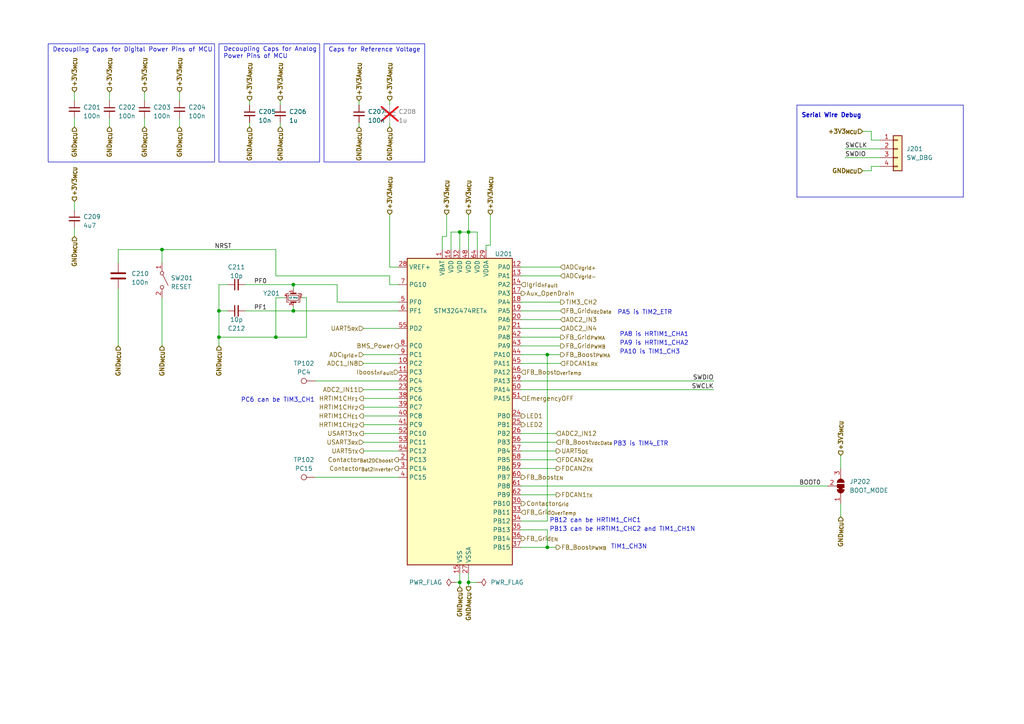
<source format=kicad_sch>
(kicad_sch (version 20230121) (generator eeschema)
  (paper "A4")
  (title_block (title "PVBatteryInverter_Mainboard") (date "2023-10-11") (rev "1.0") (comment 1 "Designer: Philip Kiehnle"))
  (lib_symbols
    (symbol "Connector:TestPoint" (pin_numbers hide) (pin_names (offset 0.762) hide)
      (property "Reference" "TP" (at 0 6.858 0))
      (property "Value" "TestPoint" (at 0 5.08 0))
      (symbol "TestPoint_0_1"
        (circle (center 0 3.302) (radius 0.762))
      )
      (symbol "TestPoint_1_1"
        (pin passive line (at 0 0 90) (length 2.54) (name "1") (number "1"))
      )
    )
    (symbol "Connector_Generic:Conn_01x04" (pin_names (offset 1.016) hide)
      (property "Reference" "J" (at 0 5.08 0))
      (property "Value" "Conn_01x04" (at 0 -7.62 0))
      (symbol "Conn_01x04_1_1"
        (rectangle (start -1.27 -4.953) (end 0 -5.207) (stroke (width 0.1524)))
        (rectangle (start -1.27 -2.413) (end 0 -2.667) (stroke (width 0.1524)))
        (rectangle (start -1.27 0.127) (end 0 -0.127) (stroke (width 0.1524)))
        (rectangle (start -1.27 2.667) (end 0 2.413) (stroke (width 0.1524)))
        (rectangle (start -1.27 3.81) (end 1.27 -6.35) (stroke (width 0.254)) (fill (type background)))
        (pin passive line (at -5.08 2.54 0) (length 3.81) (name "Pin_1") (number "1"))
        (pin passive line (at -5.08 0 0) (length 3.81) (name "Pin_2") (number "2"))
        (pin passive line (at -5.08 -2.54 0) (length 3.81) (name "Pin_3") (number "3"))
        (pin passive line (at -5.08 -5.08 0) (length 3.81) (name "Pin_4") (number "4"))
      )
    )
    (symbol "Device:C" (pin_numbers hide) (pin_names (offset 0.254))
      (property "Reference" "C" (at 0.635 2.54 0))
      (property "Value" "C" (at 0.635 -2.54 0))
      (symbol "C_0_1"
        (polyline (pts (xy -2.032 -0.762) (xy 2.032 -0.762)) (stroke (width 0.508)))
        (polyline (pts (xy -2.032 0.762) (xy 2.032 0.762)) (stroke (width 0.508)))
      )
      (symbol "C_1_1"
        (pin passive line (at 0 3.81 270) (length 2.794) (name "~") (number "1"))
        (pin passive line (at 0 -3.81 90) (length 2.794) (name "~") (number "2"))
      )
    )
    (symbol "Device:C_Small" (pin_numbers hide) (pin_names (offset 0.254) hide)
      (property "Reference" "C" (at 0.254 1.778 0))
      (property "Value" "C_Small" (at 0.254 -2.032 0))
      (symbol "C_Small_0_1"
        (polyline (pts (xy -1.524 -0.508) (xy 1.524 -0.508)) (stroke (width 0.3302)))
        (polyline (pts (xy -1.524 0.508) (xy 1.524 0.508)) (stroke (width 0.3048)))
      )
      (symbol "C_Small_1_1"
        (pin passive line (at 0 2.54 270) (length 2.032) (name "~") (number "1"))
        (pin passive line (at 0 -2.54 90) (length 2.032) (name "~") (number "2"))
      )
    )
    (symbol "Device:Crystal_GND24_Small" (pin_names (offset 1.016) hide)
      (property "Reference" "Y" (at 1.27 4.445 0))
      (property "Value" "Crystal_GND24_Small" (at 1.27 2.54 0))
      (symbol "Crystal_GND24_Small_0_1"
        (rectangle (start -0.762 -1.524) (end 0.762 1.524))
        (polyline (pts (xy -1.27 -0.762) (xy -1.27 0.762)) (stroke (width 0.381)))
        (polyline (pts (xy 1.27 -0.762) (xy 1.27 0.762)) (stroke (width 0.381)))
        (polyline (pts (xy -1.27 -1.27) (xy -1.27 -1.905) (xy 1.27 -1.905) (xy 1.27 -1.27)))
        (polyline (pts (xy -1.27 1.27) (xy -1.27 1.905) (xy 1.27 1.905) (xy 1.27 1.27)))
      )
      (symbol "Crystal_GND24_Small_1_1"
        (pin passive line (at -2.54 0 0) (length 1.27) (name "1") (number "1"))
        (pin passive line (at 0 -2.54 90) (length 0.635) (name "2") (number "2"))
        (pin passive line (at 2.54 0 180) (length 1.27) (name "3") (number "3"))
        (pin passive line (at 0 2.54 270) (length 0.635) (name "4") (number "4"))
      )
    )
    (symbol "Jumper:SolderJumper_3_Bridged12" (pin_names (offset 0) hide)
      (property "Reference" "JP" (at -2.54 -2.54 0))
      (property "Value" "SolderJumper_3_Bridged12" (at 0 2.794 0))
      (symbol "SolderJumper_3_Bridged12_0_1"
        (rectangle (start -1.016 0.508) (end -0.508 -0.508) (fill (type outline)))
        (arc (start -1.016 1.016) (mid -2.0276 0) (end -1.016 -1.016))
        (arc (start -1.016 1.016) (mid -2.0276 0) (end -1.016 -1.016) (fill (type outline)))
        (rectangle (start -0.508 1.016) (end 0.508 -1.016) (fill (type outline)))
        (polyline (pts (xy -2.54 0) (xy -2.032 0)))
        (polyline (pts (xy -1.016 1.016) (xy -1.016 -1.016)))
        (polyline (pts (xy 0 -1.27) (xy 0 -1.016)))
        (polyline (pts (xy 1.016 1.016) (xy 1.016 -1.016)))
        (polyline (pts (xy 2.54 0) (xy 2.032 0)))
        (arc (start 1.016 -1.016) (mid 2.0276 0) (end 1.016 1.016))
        (arc (start 1.016 -1.016) (mid 2.0276 0) (end 1.016 1.016) (fill (type outline)))
      )
      (symbol "SolderJumper_3_Bridged12_1_1"
        (pin passive line (at -5.08 0 0) (length 2.54) (name "A") (number "1"))
        (pin passive line (at 0 -3.81 90) (length 2.54) (name "C") (number "2"))
        (pin passive line (at 5.08 0 180) (length 2.54) (name "B") (number "3"))
      )
    )
    (symbol "MCU_ST_STM32G4:STM32G474RETx"
      (property "Reference" "U" (at -15.24 46.99 0))
      (property "Value" "STM32G474RETx" (at 10.16 46.99 0))
      (symbol "STM32G474RETx_0_1"
        (rectangle (start -15.24 -43.18) (end 15.24 45.72) (stroke (width 0.254)) (fill (type background)))
      )
      (symbol "STM32G474RETx_1_1"
        (pin power_in line (at -5.08 48.26 270) (length 2.54) (name "VBAT") (number "1"))
        (pin bidirectional line (at -17.78 15.24 0) (length 2.54) (name "PC2") (number "10"))
        (pin bidirectional line (at -17.78 12.7 0) (length 2.54) (name "PC3") (number "11"))
        (pin bidirectional line (at 17.78 43.18 180) (length 2.54) (name "PA0") (number "12"))
        (pin bidirectional line (at 17.78 40.64 180) (length 2.54) (name "PA1") (number "13"))
        (pin bidirectional line (at 17.78 38.1 180) (length 2.54) (name "PA2") (number "14"))
        (pin power_in line (at 0 -45.72 90) (length 2.54) (name "VSS") (number "15"))
        (pin power_in line (at -2.54 48.26 270) (length 2.54) (name "VDD") (number "16"))
        (pin bidirectional line (at 17.78 35.56 180) (length 2.54) (name "PA3") (number "17"))
        (pin bidirectional line (at 17.78 33.02 180) (length 2.54) (name "PA4") (number "18"))
        (pin bidirectional line (at 17.78 30.48 180) (length 2.54) (name "PA5") (number "19"))
        (pin bidirectional line (at -17.78 -12.7 0) (length 2.54) (name "PC13") (number "2"))
        (pin bidirectional line (at 17.78 27.94 180) (length 2.54) (name "PA6") (number "20"))
        (pin bidirectional line (at 17.78 25.4 180) (length 2.54) (name "PA7") (number "21"))
        (pin bidirectional line (at -17.78 10.16 0) (length 2.54) (name "PC4") (number "22"))
        (pin bidirectional line (at -17.78 7.62 0) (length 2.54) (name "PC5") (number "23"))
        (pin bidirectional line (at 17.78 0 180) (length 2.54) (name "PB0") (number "24"))
        (pin bidirectional line (at 17.78 -2.54 180) (length 2.54) (name "PB1") (number "25"))
        (pin bidirectional line (at 17.78 -5.08 180) (length 2.54) (name "PB2") (number "26"))
        (pin power_in line (at 2.54 -45.72 90) (length 2.54) (name "VSSA") (number "27"))
        (pin input line (at -17.78 43.18 0) (length 2.54) (name "VREF+") (number "28"))
        (pin power_in line (at 7.62 48.26 270) (length 2.54) (name "VDDA") (number "29"))
        (pin bidirectional line (at -17.78 -15.24 0) (length 2.54) (name "PC14") (number "3"))
        (pin bidirectional line (at 17.78 -25.4 180) (length 2.54) (name "PB10") (number "30"))
        (pin passive line (at 0 -45.72 90) (length 2.54) hide (name "VSS") (number "31"))
        (pin power_in line (at 0 48.26 270) (length 2.54) (name "VDD") (number "32"))
        (pin bidirectional line (at 17.78 -27.94 180) (length 2.54) (name "PB11") (number "33"))
        (pin bidirectional line (at 17.78 -30.48 180) (length 2.54) (name "PB12") (number "34"))
        (pin bidirectional line (at 17.78 -33.02 180) (length 2.54) (name "PB13") (number "35"))
        (pin bidirectional line (at 17.78 -35.56 180) (length 2.54) (name "PB14") (number "36"))
        (pin bidirectional line (at 17.78 -38.1 180) (length 2.54) (name "PB15") (number "37"))
        (pin bidirectional line (at -17.78 5.08 0) (length 2.54) (name "PC6") (number "38"))
        (pin bidirectional line (at -17.78 2.54 0) (length 2.54) (name "PC7") (number "39"))
        (pin bidirectional line (at -17.78 -17.78 0) (length 2.54) (name "PC15") (number "4"))
        (pin bidirectional line (at -17.78 0 0) (length 2.54) (name "PC8") (number "40"))
        (pin bidirectional line (at -17.78 -2.54 0) (length 2.54) (name "PC9") (number "41"))
        (pin bidirectional line (at 17.78 22.86 180) (length 2.54) (name "PA8") (number "42"))
        (pin bidirectional line (at 17.78 20.32 180) (length 2.54) (name "PA9") (number "43"))
        (pin bidirectional line (at 17.78 17.78 180) (length 2.54) (name "PA10") (number "44"))
        (pin bidirectional line (at 17.78 15.24 180) (length 2.54) (name "PA11") (number "45"))
        (pin bidirectional line (at 17.78 12.7 180) (length 2.54) (name "PA12") (number "46"))
        (pin passive line (at 0 -45.72 90) (length 2.54) hide (name "VSS") (number "47"))
        (pin power_in line (at 2.54 48.26 270) (length 2.54) (name "VDD") (number "48"))
        (pin bidirectional line (at 17.78 10.16 180) (length 2.54) (name "PA13") (number "49"))
        (pin bidirectional line (at -17.78 33.02 0) (length 2.54) (name "PF0") (number "5"))
        (pin bidirectional line (at 17.78 7.62 180) (length 2.54) (name "PA14") (number "50"))
        (pin bidirectional line (at 17.78 5.08 180) (length 2.54) (name "PA15") (number "51"))
        (pin bidirectional line (at -17.78 -5.08 0) (length 2.54) (name "PC10") (number "52"))
        (pin bidirectional line (at -17.78 -7.62 0) (length 2.54) (name "PC11") (number "53"))
        (pin bidirectional line (at -17.78 -10.16 0) (length 2.54) (name "PC12") (number "54"))
        (pin bidirectional line (at -17.78 25.4 0) (length 2.54) (name "PD2") (number "55"))
        (pin bidirectional line (at 17.78 -7.62 180) (length 2.54) (name "PB3") (number "56"))
        (pin bidirectional line (at 17.78 -10.16 180) (length 2.54) (name "PB4") (number "57"))
        (pin bidirectional line (at 17.78 -12.7 180) (length 2.54) (name "PB5") (number "58"))
        (pin bidirectional line (at 17.78 -15.24 180) (length 2.54) (name "PB6") (number "59"))
        (pin bidirectional line (at -17.78 30.48 0) (length 2.54) (name "PF1") (number "6"))
        (pin bidirectional line (at 17.78 -17.78 180) (length 2.54) (name "PB7") (number "60"))
        (pin bidirectional line (at 17.78 -20.32 180) (length 2.54) (name "PB8") (number "61"))
        (pin bidirectional line (at 17.78 -22.86 180) (length 2.54) (name "PB9") (number "62"))
        (pin passive line (at 0 -45.72 90) (length 2.54) hide (name "VSS") (number "63"))
        (pin power_in line (at 5.08 48.26 270) (length 2.54) (name "VDD") (number "64"))
        (pin bidirectional line (at -17.78 38.1 0) (length 2.54) (name "PG10") (number "7"))
        (pin bidirectional line (at -17.78 20.32 0) (length 2.54) (name "PC0") (number "8"))
        (pin bidirectional line (at -17.78 17.78 0) (length 2.54) (name "PC1") (number "9"))
      )
    )
    (symbol "Switch:SW_SPST" (pin_names (offset 0) hide)
      (property "Reference" "SW" (at 0 3.175 0))
      (property "Value" "SW_SPST" (at 0 -2.54 0))
      (symbol "SW_SPST_0_0"
        (circle (center -2.032 0) (radius 0.508))
        (polyline (pts (xy -1.524 0.254) (xy 1.524 1.778)))
        (circle (center 2.032 0) (radius 0.508))
      )
      (symbol "SW_SPST_1_1"
        (pin passive line (at -5.08 0 0) (length 2.54) (name "A") (number "1"))
        (pin passive line (at 5.08 0 180) (length 2.54) (name "B") (number "2"))
      )
    )
    (symbol "power:PWR_FLAG" (power) (pin_numbers hide) (pin_names (offset 0) hide)
      (property "Value" "PWR_FLAG" (at 0 3.81 0))
      (symbol "PWR_FLAG_0_0"
        (pin power_out line (at 0 0 90) (length 0) (name "pwr") (number "1"))
      )
      (symbol "PWR_FLAG_0_1"
        (polyline (pts (xy 0 0) (xy 0 1.27) (xy -1.016 1.905) (xy 0 2.54) (xy 1.016 1.905) (xy 0 1.27)))
      )
    )
  )
  (junction (at 85.09 82.55))
  (junction (at 46.99 72.39))
  (junction (at 133.35 67.31))
  (junction (at 158.75 102.87))
  (junction (at 63.5 97.79))
  (junction (at 85.09 90.17))
  (junction (at 63.5 90.17))
  (junction (at 80.01 97.79))
  (junction (at 133.35 168.91))
  (junction (at 135.89 168.91))
  (junction (at 158.75 158.75))
  (junction (at 135.89 67.31))
  (wire (pts (xy 158.75 158.75) (xy 161.29 158.75)))
  (wire (pts (xy 140.97 71.12) (xy 142.24 71.12)))
  (wire (pts (xy 245.11 43.18) (xy 255.27 43.18)))
  (wire (pts (xy 161.29 143.51) (xy 151.13 143.51)))
  (wire (pts (xy 97.79 87.63) (xy 97.79 82.55)))
  (wire (pts (xy 158.75 153.67) (xy 158.75 158.75)))
  (wire (pts (xy 243.84 132.08) (xy 243.84 135.89)))
  (wire (pts (xy 105.41 95.25) (xy 115.57 95.25)))
  (wire (pts (xy 72.39 35.56) (xy 72.39 36.83)))
  (wire (pts (xy 52.07 26.67) (xy 52.07 29.21)))
  (wire (pts (xy 81.28 35.56) (xy 81.28 36.83)))
  (wire (pts (xy 80.01 80.01) (xy 113.03 80.01)))
  (wire (pts (xy 105.41 105.41) (xy 115.57 105.41)))
  (wire (pts (xy 71.12 90.17) (xy 85.09 90.17)))
  (polyline (pts (xy 231.14 30.48) (xy 279.4 30.48)))
  (wire (pts (xy 105.41 113.03) (xy 115.57 113.03)))
  (wire (pts (xy 158.75 102.87) (xy 162.56 102.87)))
  (wire (pts (xy 113.03 35.56) (xy 113.03 36.83)))
  (wire (pts (xy 63.5 82.55) (xy 66.04 82.55)))
  (wire (pts (xy 31.75 26.67) (xy 31.75 29.21)))
  (wire (pts (xy 142.24 71.12) (xy 142.24 62.23)))
  (wire (pts (xy 105.41 120.65) (xy 115.57 120.65)))
  (wire (pts (xy 104.14 35.56) (xy 104.14 36.83)))
  (wire (pts (xy 133.35 67.31) (xy 133.35 72.39)))
  (wire (pts (xy 85.09 82.55) (xy 85.09 83.82)))
  (wire (pts (xy 151.13 80.01) (xy 162.56 80.01)))
  (wire (pts (xy 162.56 100.33) (xy 151.13 100.33)))
  (wire (pts (xy 80.01 97.79) (xy 88.9 97.79)))
  (wire (pts (xy 31.75 36.83) (xy 31.75 34.29)))
  (wire (pts (xy 80.01 86.36) (xy 80.01 97.79)))
  (wire (pts (xy 135.89 166.37) (xy 135.89 168.91)))
  (wire (pts (xy 105.41 130.81) (xy 115.57 130.81)))
  (wire (pts (xy 88.9 97.79) (xy 88.9 86.36)))
  (wire (pts (xy 21.59 66.04) (xy 21.59 68.58)))
  (wire (pts (xy 46.99 72.39) (xy 80.01 72.39)))
  (wire (pts (xy 151.13 135.89) (xy 161.29 135.89)))
  (wire (pts (xy 105.41 102.87) (xy 115.57 102.87)))
  (wire (pts (xy 252.73 49.53) (xy 252.73 48.26)))
  (wire (pts (xy 128.27 68.58) (xy 129.54 68.58)))
  (wire (pts (xy 81.28 29.21) (xy 81.28 30.48)))
  (wire (pts (xy 91.44 138.43) (xy 115.57 138.43)))
  (wire (pts (xy 252.73 38.1) (xy 252.73 40.64)))
  (wire (pts (xy 132.08 168.91) (xy 133.35 168.91)))
  (wire (pts (xy 135.89 168.91) (xy 138.43 168.91)))
  (wire (pts (xy 34.29 83.82) (xy 34.29 100.33)))
  (wire (pts (xy 80.01 72.39) (xy 80.01 80.01)))
  (wire (pts (xy 115.57 115.57) (xy 105.41 115.57)))
  (wire (pts (xy 151.13 158.75) (xy 158.75 158.75)))
  (wire (pts (xy 252.73 48.26) (xy 255.27 48.26)))
  (wire (pts (xy 129.54 68.58) (xy 129.54 62.23)))
  (wire (pts (xy 41.91 26.67) (xy 41.91 29.21)))
  (wire (pts (xy 128.27 68.58) (xy 128.27 72.39)))
  (wire (pts (xy 135.89 62.23) (xy 135.89 67.31)))
  (wire (pts (xy 151.13 92.71) (xy 162.56 92.71)))
  (wire (pts (xy 21.59 36.83) (xy 21.59 34.29)))
  (wire (pts (xy 71.12 82.55) (xy 85.09 82.55)))
  (wire (pts (xy 46.99 86.36) (xy 46.99 100.33)))
  (wire (pts (xy 63.5 97.79) (xy 80.01 97.79)))
  (wire (pts (xy 130.81 67.31) (xy 133.35 67.31)))
  (wire (pts (xy 63.5 90.17) (xy 63.5 97.79)))
  (wire (pts (xy 46.99 72.39) (xy 46.99 76.2)))
  (wire (pts (xy 162.56 90.17) (xy 151.13 90.17)))
  (wire (pts (xy 41.91 36.83) (xy 41.91 34.29)))
  (wire (pts (xy 151.13 102.87) (xy 158.75 102.87)))
  (wire (pts (xy 105.41 123.19) (xy 115.57 123.19)))
  (wire (pts (xy 133.35 168.91) (xy 133.35 170.18)))
  (wire (pts (xy 21.59 58.42) (xy 21.59 60.96)))
  (wire (pts (xy 151.13 110.49) (xy 207.01 110.49)))
  (wire (pts (xy 151.13 151.13) (xy 158.75 151.13)))
  (wire (pts (xy 105.41 125.73) (xy 115.57 125.73)))
  (wire (pts (xy 250.19 38.1) (xy 252.73 38.1)))
  (wire (pts (xy 105.41 128.27) (xy 115.57 128.27)))
  (wire (pts (xy 250.19 49.53) (xy 252.73 49.53)))
  (wire (pts (xy 158.75 102.87) (xy 158.75 151.13)))
  (wire (pts (xy 52.07 36.83) (xy 52.07 34.29)))
  (wire (pts (xy 161.29 130.81) (xy 151.13 130.81)))
  (wire (pts (xy 72.39 30.48) (xy 72.39 29.21)))
  (wire (pts (xy 113.03 77.47) (xy 115.57 77.47)))
  (wire (pts (xy 245.11 45.72) (xy 255.27 45.72)))
  (wire (pts (xy 135.89 168.91) (xy 135.89 170.18)))
  (wire (pts (xy 151.13 140.97) (xy 240.03 140.97)))
  (wire (pts (xy 34.29 72.39) (xy 34.29 76.2)))
  (wire (pts (xy 63.5 82.55) (xy 63.5 90.17)))
  (wire (pts (xy 113.03 80.01) (xy 113.03 82.55)))
  (wire (pts (xy 135.89 67.31) (xy 138.43 67.31)))
  (wire (pts (xy 135.89 67.31) (xy 135.89 72.39)))
  (wire (pts (xy 140.97 71.12) (xy 140.97 72.39)))
  (wire (pts (xy 161.29 125.73) (xy 151.13 125.73)))
  (wire (pts (xy 162.56 97.79) (xy 151.13 97.79)))
  (wire (pts (xy 104.14 29.21) (xy 104.14 30.48)))
  (wire (pts (xy 133.35 67.31) (xy 135.89 67.31)))
  (wire (pts (xy 138.43 67.31) (xy 138.43 72.39)))
  (wire (pts (xy 21.59 26.67) (xy 21.59 29.21)))
  (wire (pts (xy 97.79 82.55) (xy 85.09 82.55)))
  (wire (pts (xy 113.03 82.55) (xy 115.57 82.55)))
  (wire (pts (xy 85.09 90.17) (xy 85.09 88.9)))
  (wire (pts (xy 63.5 97.79) (xy 63.5 100.33)))
  (wire (pts (xy 151.13 113.03) (xy 207.01 113.03)))
  (wire (pts (xy 91.44 110.49) (xy 115.57 110.49)))
  (wire (pts (xy 34.29 72.39) (xy 46.99 72.39)))
  (wire (pts (xy 88.9 86.36) (xy 87.63 86.36)))
  (wire (pts (xy 151.13 95.25) (xy 162.56 95.25)))
  (wire (pts (xy 115.57 87.63) (xy 97.79 87.63)))
  (wire (pts (xy 151.13 77.47) (xy 162.56 77.47)))
  (wire (pts (xy 130.81 67.31) (xy 130.81 72.39)))
  (polyline (pts (xy 279.4 30.48) (xy 279.4 57.15)))
  (wire (pts (xy 243.84 146.05) (xy 243.84 149.86)))
  (wire (pts (xy 162.56 87.63) (xy 151.13 87.63)))
  (wire (pts (xy 151.13 105.41) (xy 162.56 105.41)))
  (wire (pts (xy 85.09 90.17) (xy 115.57 90.17)))
  (wire (pts (xy 151.13 133.35) (xy 161.29 133.35)))
  (polyline (pts (xy 231.14 30.48) (xy 231.14 57.15)))
  (wire (pts (xy 252.73 40.64) (xy 255.27 40.64)))
  (wire (pts (xy 82.55 86.36) (xy 80.01 86.36)))
  (polyline (pts (xy 279.4 57.15) (xy 231.14 57.15)))
  (wire (pts (xy 133.35 166.37) (xy 133.35 168.91)))
  (wire (pts (xy 66.04 90.17) (xy 63.5 90.17)))
  (wire (pts (xy 161.29 128.27) (xy 151.13 128.27)))
  (wire (pts (xy 151.13 153.67) (xy 158.75 153.67)))
  (wire (pts (xy 113.03 29.21) (xy 113.03 30.48)))
  (wire (pts (xy 113.03 62.23) (xy 113.03 77.47)))
  (wire (pts (xy 115.57 118.11) (xy 105.41 118.11)))
  (rectangle (start 63.5 12.7) (end 92.71 46.99))
  (rectangle (start 93.98 12.7) (end 123.19 46.99))
  (rectangle (start 13.97 12.7) (end 62.23 46.99))
  (text "PB3 is TIM4_ETR" (at 177.8 129.54 0) (effects (font (size 1.27 1.27)) (justify left bottom)))
  (text "PA9 is HRTIM1_CHA2" (at 179.705 100.33 0) (effects (font (size 1.27 1.27)) (justify left bottom)))
  (text "PA8 is HRTIM1_CHA1" (at 179.705 97.79 0) (effects (font (size 1.27 1.27)) (justify left bottom)))
  (text "Decoupling Caps for Digital Power Pins of MCU" (at 15.24 15.24 0) (effects (font (size 1.27 1.27)) (justify left bottom)))
  (text "PA5 is TIM2_ETR" (at 179.07 91.44 0) (effects (font (size 1.27 1.27)) (justify left bottom)))
  (text "PA10 is TIM1_CH3" (at 179.705 102.87 0) (effects (font (size 1.27 1.27)) (justify left bottom)))
  (text "PB12 can be HRTIM1_CHC1" (at 159.385 151.765 0) (effects (font (size 1.27 1.27)) (justify left bottom)))
  (text "PC6 can be TIM3_CH1" (at 69.85 116.84 0) (effects (font (size 1.27 1.27)) (justify left bottom)))
  (text "Serial Wire Debug" (at 232.41 34.29 0) (effects (font (size 1.27 1.27) (thickness 0.254) bold) (justify left bottom)))
  (text "TIM1_CH3N" (at 177.165 159.385 0) (effects (font (size 1.27 1.27)) (justify left bottom)))
  (text "Decoupling Caps for Analog \nPower Pins of MCU" (at 64.77 17.145 0) (effects (font (size 1.27 1.27)) (justify left bottom)))
  (text "PB13 can be HRTIM1_CHC2 and TIM1_CH1N" (at 159.385 154.305 0) (effects (font (size 1.27 1.27)) (justify left bottom)))
  (text "Caps for Reference Voltage" (at 95.25 15.24 0) (effects (font (size 1.27 1.27)) (justify left bottom)))
  (label "NRST" (at 62.23 72.39 0))
  (label "PF0" (at 73.66 82.55 0))
  (label "SWCLK" (at 245.11 43.18 0))
  (label "SWCLK" (at 207.01 113.03 180))
  (label "BOOT0" (at 231.775 140.97 0))
  (label "PF1" (at 73.66 90.17 0))
  (label "SWDIO" (at 207.01 110.49 180))
  (label "SWDIO" (at 245.11 45.72 0))
  (hierarchical_label "GND_{MCU}" (shape input) (at 52.07 36.83 270) (effects (font (thickness 0.254) bold)))
  (hierarchical_label "GND_{MCU}" (shape input) (at 63.5 100.33 270) (effects (font (thickness 0.254) bold)))
  (hierarchical_label "FB_Grid_{PWMB}" (shape output) (at 162.56 100.33 0))
  (hierarchical_label "+3V3_{MCU}" (shape input) (at 52.07 26.67 90) (effects (font (thickness 0.254) bold)))
  (hierarchical_label "GND_{MCU}" (shape input) (at 21.59 36.83 270) (effects (font (thickness 0.254) bold)))
  (hierarchical_label "Contactor_{Bat2Inverter}" (shape output) (at 115.57 135.89 180))
  (hierarchical_label "GND_{MCU}" (shape input) (at 243.84 149.86 270) (effects (font (thickness 0.254) bold)))
  (hierarchical_label "USART3_{TX}" (shape output) (at 105.41 125.73 180))
  (hierarchical_label "+3V3A_{MCU}" (shape input) (at 72.39 29.21 90) (effects (font (thickness 0.254) bold)))
  (hierarchical_label "FB_Grid_{EN}" (shape output) (at 151.13 156.21 0))
  (hierarchical_label "EmergencyOFF" (shape input) (at 151.13 115.57 0))
  (hierarchical_label "GND_{MCU}" (shape input) (at 21.59 68.58 270) (effects (font (thickness 0.254) bold)))
  (hierarchical_label "FDCAN1_{RX}" (shape input) (at 162.56 105.41 0))
  (hierarchical_label "GNDA_{MCU}" (shape input) (at 81.28 36.83 270) (effects (font (thickness 0.254) bold)))
  (hierarchical_label "GND_{MCU}" (shape input) (at 46.99 100.33 270) (effects (font (thickness 0.254) bold)))
  (hierarchical_label "+3V3A_{MCU}" (shape input) (at 81.28 29.21 90) (effects (font (thickness 0.254) bold)))
  (hierarchical_label "HRTIM1CH_{F2}" (shape output) (at 105.41 118.11 180))
  (hierarchical_label "GNDA_{MCU}" (shape input) (at 104.14 36.83 270) (effects (font (thickness 0.254) bold)))
  (hierarchical_label "+3V3A_{MCU}" (shape input) (at 113.03 62.23 90) (effects (font (thickness 0.254) bold)))
  (hierarchical_label "HRTIM1CH_{E1}" (shape output) (at 105.41 120.65 180))
  (hierarchical_label "+3V3_{MCU}" (shape input) (at 31.75 26.67 90) (effects (font (thickness 0.254) bold)))
  (hierarchical_label "GNDA_{MCU}" (shape output) (at 135.89 170.18 270) (effects (font (thickness 0.254) bold)))
  (hierarchical_label "ADC2_IN4" (shape input) (at 162.56 95.25 0))
  (hierarchical_label "+3V3A_{MCU}" (shape input) (at 113.03 29.21 90) (effects (font (thickness 0.254) bold)))
  (hierarchical_label "ADC1_IN8" (shape input) (at 105.41 105.41 180))
  (hierarchical_label "FDCAN2_{TX}" (shape output) (at 161.29 135.89 0))
  (hierarchical_label "ADC2_IN3" (shape input) (at 162.56 92.71 0))
  (hierarchical_label "FB_Boost_{PWMB}" (shape output) (at 161.29 158.75 0))
  (hierarchical_label "TIM3_CH2" (shape output) (at 162.56 87.63 0))
  (hierarchical_label "GND_{MCU}" (shape input) (at 250.19 49.53 180) (effects (font (thickness 0.254) bold)))
  (hierarchical_label "LED1" (shape output) (at 151.13 120.65 0))
  (hierarchical_label "ADC_{Igrid+}" (shape input) (at 105.41 102.87 180))
  (hierarchical_label "+3V3_{MCU}" (shape input) (at 135.89 62.23 90) (effects (font (thickness 0.254) bold)))
  (hierarchical_label "FB_Grid_{PWMA}" (shape output) (at 162.56 97.79 0))
  (hierarchical_label "FB_Boost_{OverTemp}" (shape input) (at 151.13 107.95 0))
  (hierarchical_label "BMS_Power" (shape output) (at 115.57 100.33 180))
  (hierarchical_label "FB_Boost_{VdcData}" (shape input) (at 161.29 128.27 0))
  (hierarchical_label "HRTIM1CH_{F1}" (shape output) (at 105.41 115.57 180))
  (hierarchical_label "+3V3_{MCU}" (shape input) (at 41.91 26.67 90) (effects (font (thickness 0.254) bold)))
  (hierarchical_label "ADC_{Vgrid+}" (shape input) (at 162.56 77.47 0))
  (hierarchical_label "USART3_{RX}" (shape input) (at 105.41 128.27 180))
  (hierarchical_label "FDCAN1_{TX}" (shape output) (at 161.29 143.51 0))
  (hierarchical_label "Aux_OpenDrain" (shape output) (at 151.13 85.09 0))
  (hierarchical_label "UART5_{DE}" (shape output) (at 161.29 130.81 0))
  (hierarchical_label "FB_Boost_{EN}" (shape output) (at 151.13 138.43 0))
  (hierarchical_label "GNDA_{MCU}" (shape input) (at 72.39 36.83 270) (effects (font (thickness 0.254) bold)))
  (hierarchical_label "GND_{MCU}" (shape input) (at 34.29 100.33 270) (effects (font (thickness 0.254) bold)))
  (hierarchical_label "UART5_{RX}" (shape input) (at 105.41 95.25 180))
  (hierarchical_label "GND_{MCU}" (shape input) (at 41.91 36.83 270) (effects (font (thickness 0.254) bold)))
  (hierarchical_label "GND_{MCU}" (shape input) (at 133.35 170.18 270) (effects (font (thickness 0.254) bold)))
  (hierarchical_label "FB_Boost_{PWMA}" (shape output) (at 162.56 102.87 0))
  (hierarchical_label "+3V3_{MCU}" (shape input) (at 243.84 132.08 90) (effects (font (thickness 0.254) bold)))
  (hierarchical_label "+3V3_{MCU}" (shape input) (at 21.59 58.42 90) (effects (font (thickness 0.254) bold)))
  (hierarchical_label "UART5_{TX}" (shape output) (at 105.41 130.81 180))
  (hierarchical_label "FB_Grid_{OverTemp}" (shape input) (at 151.13 148.59 0))
  (hierarchical_label "GNDA_{MCU}" (shape input) (at 113.03 36.83 270) (effects (font (thickness 0.254) bold)))
  (hierarchical_label "FB_Grid_{VdcData}" (shape input) (at 162.56 90.17 0))
  (hierarchical_label "+3V3_{MCU}" (shape input) (at 21.59 26.67 90) (effects (font (thickness 0.254) bold)))
  (hierarchical_label "+3V3A_{MCU}" (shape input) (at 104.14 29.21 90) (effects (font (thickness 0.254) bold)))
  (hierarchical_label "HRTIM1CH_{E2}" (shape output) (at 105.41 123.19 180))
  (hierarchical_label "GND_{MCU}" (shape input) (at 31.75 36.83 270) (effects (font (thickness 0.254) bold)))
  (hierarchical_label "ADC2_IN12" (shape input) (at 161.29 125.73 0))
  (hierarchical_label "Contactor_{Bat2DCboost}" (shape output) (at 115.57 133.35 180))
  (hierarchical_label "+3V3_{MCU}" (shape input) (at 250.19 38.1 180) (effects (font (thickness 0.254) bold)))
  (hierarchical_label "ADC_{Vgrid-}" (shape input) (at 162.56 80.01 0))
  (hierarchical_label "Iboost_{nFault}" (shape input) (at 115.57 107.95 180))
  (hierarchical_label "+3V3_{MCU}" (shape input) (at 129.54 62.23 90) (effects (font (thickness 0.254) bold)))
  (hierarchical_label "Igrid_{nFault}" (shape input) (at 151.13 82.55 0))
  (hierarchical_label "FDCAN2_{RX}" (shape input) (at 161.29 133.35 0))
  (hierarchical_label "Contactor_{Grid}" (shape output) (at 151.13 146.05 0))
  (hierarchical_label "+3V3A_{MCU}" (shape input) (at 142.24 62.23 90) (effects (font (thickness 0.254) bold)))
  (hierarchical_label "LED2" (shape output) (at 151.13 123.19 0))
  (hierarchical_label "ADC2_IN11" (shape input) (at 105.41 113.03 180))
  (symbol (lib_id "MCU_ST_STM32G4:STM32G474RETx") (at 133.35 120.65 0) (unit 1)
    (property "Reference" "U201" (at 143.51 73.66 0) (effects (justify left)))
    (property "Value" "STM32G474RETx" (at 125.73 90.17 0) (effects (justify left)))
    (property "Footprint" "Package_QFP:LQFP-64_10x10mm_P0.5mm" (effects hide))
    (property "Datasheet" "https://www.st.com/resource/en/datasheet/stm32g474re.pdf" (effects hide))
  )
  (symbol (lib_id "Device:C_Small") (at 113.03 33.02 0) (unit 1) (on_board no) (dnp yes)
    (property "Reference" "C208" (at 115.57 32.3913 0) (effects (justify left)))
    (property "Value" "1u" (at 115.57 34.9313 0) (effects (justify left)))
    (property "Footprint" "Capacitor_SMD:C_0603_1608Metric" (effects hide))
    (instances (project "GaNius_DPT_Mainboard" (path "" (reference "C208") (unit 1))) (project "PVBatteryInverter_Mainboard" (path "" (reference "C212") (unit 1))))
  )
  (symbol (lib_id "Device:C_Small") (at 41.91 31.75 0) (unit 1)
    (property "Reference" "C203" (at 44.45 31.1213 0) (effects (justify left)))
    (property "Value" "100n" (at 44.45 33.6613 0) (effects (justify left)))
    (property "Footprint" "Capacitor_SMD:C_0603_1608Metric" (effects hide))
    (instances (project "GaNius_DPT_Mainboard" (path "" (reference "C203") (unit 1))) (project "PVBatteryInverter_Mainboard" (path "" (reference "C204") (unit 1))))
  )
  (symbol (lib_id "Device:C_Small") (at 104.14 33.02 0) (unit 1)
    (property "Reference" "C207" (at 106.68 32.3913 0) (effects (justify left)))
    (property "Value" "100n" (at 106.68 34.9313 0) (effects (justify left)))
    (property "Footprint" "Capacitor_SMD:C_0603_1608Metric" (effects hide))
    (instances (project "GaNius_DPT_Mainboard" (path "" (reference "C207") (unit 1))) (project "PVBatteryInverter_Mainboard" (path "" (reference "C211") (unit 1))))
  )
  (symbol (lib_id "power:PWR_FLAG") (at 138.43 168.91 270) (unit 1)
    (property "Reference" "#FLG0201" (effects hide))
    (property "Value" "PWR_FLAG" (at 142.24 168.91 90) (effects (justify left)))
  )
  (symbol (lib_id "Device:C_Small") (at 68.58 90.17 90) (mirror x) (unit 1)
    (property "Reference" "C212" (at 68.5863 95.25 90))
    (property "Value" "10p" (at 68.5863 92.71 90))
    (property "Footprint" "Capacitor_SMD:C_0603_1608Metric" (effects hide))
    (instances (project "GaNius_DPT_Mainboard" (path "" (reference "C212") (unit 1))) (project "PVBatteryInverter_Mainboard" (path "" (reference "C210") (unit 1))))
  )
  (symbol (lib_id "Device:C_Small") (at 21.59 31.75 0) (unit 1)
    (property "Reference" "C201" (at 24.13 31.1213 0) (effects (justify left)))
    (property "Value" "100n" (at 24.13 33.6613 0) (effects (justify left)))
    (property "Footprint" "Capacitor_SMD:C_0603_1608Metric" (effects hide))
  )
  (symbol (lib_id "Connector:TestPoint") (at 91.44 138.43 90) (unit 1)
    (property "Reference" "TP102" (at 88.138 133.35 90))
    (property "Value" "PC15" (at 88.138 135.89 90))
    (property "Footprint" "Connector_PinHeader_1.27mm:PinHeader_1x01_P1.27mm_Vertical" (effects hide))
    (instances (project "PVBatteryInverter_Mainboard" (path "" (reference "TP102") (unit 1)) (path "" (reference "TP202") (unit 1))))
  )
  (symbol (lib_id "Device:C_Small") (at 21.59 63.5 0) (unit 1)
    (property "Reference" "C209" (at 24.13 62.8713 0) (effects (justify left)))
    (property "Value" "4u7" (at 24.13 65.4113 0) (effects (justify left)))
    (property "Footprint" "Capacitor_SMD:C_1206_3216Metric" (effects hide))
    (instances (project "GaNius_DPT_Mainboard" (path "" (reference "C209") (unit 1))) (project "PVBatteryInverter_Mainboard" (path "" (reference "C202") (unit 1))))
  )
  (symbol (lib_id "Device:C_Small") (at 52.07 31.75 0) (unit 1)
    (property "Reference" "C204" (at 54.61 31.1213 0) (effects (justify left)))
    (property "Value" "100n" (at 54.61 33.6613 0) (effects (justify left)))
    (property "Footprint" "Capacitor_SMD:C_0603_1608Metric" (effects hide))
    (instances (project "GaNius_DPT_Mainboard" (path "" (reference "C204") (unit 1))) (project "PVBatteryInverter_Mainboard" (path "" (reference "C206") (unit 1))))
  )
  (symbol (lib_id "Connector_Generic:Conn_01x04") (at 260.35 43.18 0) (unit 1)
    (property "Reference" "J201" (at 262.89 43.18 0) (effects (justify left)))
    (property "Value" "SW_DBG" (at 262.89 45.72 0) (effects (justify left)))
    (property "Footprint" "Connector_PinHeader_2.54mm:PinHeader_1x04_P2.54mm_Vertical" (effects hide))
  )
  (symbol (lib_id "Switch:SW_SPST") (at 46.99 81.28 270) (unit 1)
    (property "Reference" "SW201" (at 49.53 80.645 90) (effects (justify left)))
    (property "Value" "RESET" (at 49.53 83.185 90) (effects (justify left)))
    (property "Footprint" "Button_Switch_SMD:SW_Push_1P1T_NO_CK_KMR2" (effects hide))
  )
  (symbol (lib_id "Device:C_Small") (at 81.28 33.02 0) (unit 1)
    (property "Reference" "C206" (at 83.82 32.3913 0) (effects (justify left)))
    (property "Value" "1u" (at 83.82 34.9313 0) (effects (justify left)))
    (property "Footprint" "Capacitor_SMD:C_0603_1608Metric" (effects hide))
    (instances (project "GaNius_DPT_Mainboard" (path "" (reference "C206") (unit 1))) (project "PVBatteryInverter_Mainboard" (path "" (reference "C208") (unit 1))))
  )
  (symbol (lib_id "Device:C_Small") (at 68.58 82.55 90) (unit 1)
    (property "Reference" "C211" (at 68.5863 77.47 90))
    (property "Value" "10p" (at 68.5863 80.01 90))
    (property "Footprint" "Capacitor_SMD:C_0603_1608Metric" (effects hide))
    (instances (project "GaNius_DPT_Mainboard" (path "" (reference "C211") (unit 1))) (project "PVBatteryInverter_Mainboard" (path "" (reference "C209") (unit 1))))
  )
  (symbol (lib_id "power:PWR_FLAG") (at 132.08 168.91 90) (unit 1)
    (property "Reference" "#FLG0201" (effects hide))
    (property "Value" "PWR_FLAG" (at 128.27 168.91 90) (effects (justify left)))
    (instances (project "GaNius_DPT_Mainboard" (path "" (reference "#FLG0201") (unit 1))) (project "PVBatteryInverter_Mainboard" (path "" (reference "#FLG0202") (unit 1))))
  )
  (symbol (lib_id "Device:Crystal_GND24_Small") (at 85.09 86.36 90) (mirror x) (unit 1)
    (property "Reference" "Y201" (at 78.74 85.09 90))
    (property "Value" "12 MHz" (at 85.09 86.36 90) (effects (font (size 0.4572 0.4572))))
    (property "Footprint" "Crystal:Crystal_SMD_SeikoEpson_TSX3225-4Pin_3.2x2.5mm" (effects hide))
  )
  (symbol (lib_id "Jumper:SolderJumper_3_Bridged12") (at 243.84 140.97 270) (mirror x) (unit 1)
    (property "Reference" "JP202" (at 246.38 139.7 90) (effects (justify left)))
    (property "Value" "BOOT_MODE" (at 246.38 142.24 90) (effects (justify left)))
    (property "Footprint" "Jumper:SolderJumper-3_P1.3mm_Bridged12_RoundedPad1.0x1.5mm_NumberLabels" (effects hide))
  )
  (symbol (lib_id "Device:C") (at 34.29 80.01 0) (unit 1)
    (property "Reference" "C210" (at 38.1 79.375 0) (effects (justify left)))
    (property "Value" "100n" (at 38.1 81.915 0) (effects (justify left)))
    (property "Footprint" "Capacitor_SMD:C_0603_1608Metric" (effects hide))
    (instances (project "GaNius_DPT_Mainboard" (path "" (reference "C210") (unit 1))) (project "PVBatteryInverter_Mainboard" (path "" (reference "C205") (unit 1))))
  )
  (symbol (lib_id "Device:C_Small") (at 72.39 33.02 0) (unit 1)
    (property "Reference" "C205" (at 74.93 32.3913 0) (effects (justify left)))
    (property "Value" "10n" (at 74.93 34.9313 0) (effects (justify left)))
    (property "Footprint" "Capacitor_SMD:C_0603_1608Metric" (effects hide))
    (instances (project "GaNius_DPT_Mainboard" (path "" (reference "C205") (unit 1))) (project "PVBatteryInverter_Mainboard" (path "" (reference "C207") (unit 1))))
  )
  (symbol (lib_id "Connector:TestPoint") (at 91.44 110.49 90) (unit 1)
    (property "Reference" "TP102" (at 88.138 105.41 90))
    (property "Value" "PC4" (at 88.138 107.95 90))
    (property "Footprint" "Connector_PinHeader_1.27mm:PinHeader_1x01_P1.27mm_Vertical" (effects hide))
    (instances (project "PVBatteryInverter_Mainboard" (path "" (reference "TP102") (unit 1)) (path "" (reference "TP201") (unit 1))))
  )
  (symbol (lib_id "Device:C_Small") (at 31.75 31.75 0) (unit 1)
    (property "Reference" "C202" (at 34.29 31.1213 0) (effects (justify left)))
    (property "Value" "100n" (at 34.29 33.6613 0) (effects (justify left)))
    (property "Footprint" "Capacitor_SMD:C_0603_1608Metric" (effects hide))
    (instances (project "GaNius_DPT_Mainboard" (path "" (reference "C202") (unit 1))) (project "PVBatteryInverter_Mainboard" (path "" (reference "C203") (unit 1))))
  )
)
</source>
